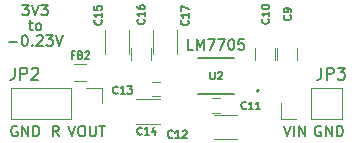
<source format=gto>
G04 #@! TF.GenerationSoftware,KiCad,Pcbnew,(5.1.6-0-10_14)*
G04 #@! TF.CreationDate,2021-04-27T10:54:01+09:00*
G04 #@! TF.ProjectId,qPCR-negative_voltage,71504352-2d6e-4656-9761-746976655f76,rev?*
G04 #@! TF.SameCoordinates,Original*
G04 #@! TF.FileFunction,Legend,Top*
G04 #@! TF.FilePolarity,Positive*
%FSLAX46Y46*%
G04 Gerber Fmt 4.6, Leading zero omitted, Abs format (unit mm)*
G04 Created by KiCad (PCBNEW (5.1.6-0-10_14)) date 2021-04-27 10:54:01*
%MOMM*%
%LPD*%
G01*
G04 APERTURE LIST*
%ADD10C,0.158750*%
%ADD11C,0.120000*%
%ADD12C,0.200000*%
%ADD13C,0.127000*%
%ADD14C,0.150000*%
G04 APERTURE END LIST*
D10*
X115288666Y-90513500D02*
X115966000Y-90513500D01*
X116558666Y-89963166D02*
X116643333Y-89963166D01*
X116728000Y-90005500D01*
X116770333Y-90047833D01*
X116812666Y-90132500D01*
X116855000Y-90301833D01*
X116855000Y-90513500D01*
X116812666Y-90682833D01*
X116770333Y-90767500D01*
X116728000Y-90809833D01*
X116643333Y-90852166D01*
X116558666Y-90852166D01*
X116474000Y-90809833D01*
X116431666Y-90767500D01*
X116389333Y-90682833D01*
X116347000Y-90513500D01*
X116347000Y-90301833D01*
X116389333Y-90132500D01*
X116431666Y-90047833D01*
X116474000Y-90005500D01*
X116558666Y-89963166D01*
X117236000Y-90767500D02*
X117278333Y-90809833D01*
X117236000Y-90852166D01*
X117193666Y-90809833D01*
X117236000Y-90767500D01*
X117236000Y-90852166D01*
X117617000Y-90047833D02*
X117659333Y-90005500D01*
X117744000Y-89963166D01*
X117955666Y-89963166D01*
X118040333Y-90005500D01*
X118082666Y-90047833D01*
X118125000Y-90132500D01*
X118125000Y-90217166D01*
X118082666Y-90344166D01*
X117574666Y-90852166D01*
X118125000Y-90852166D01*
X118421333Y-89963166D02*
X118971666Y-89963166D01*
X118675333Y-90301833D01*
X118802333Y-90301833D01*
X118887000Y-90344166D01*
X118929333Y-90386500D01*
X118971666Y-90471166D01*
X118971666Y-90682833D01*
X118929333Y-90767500D01*
X118887000Y-90809833D01*
X118802333Y-90852166D01*
X118548333Y-90852166D01*
X118463666Y-90809833D01*
X118421333Y-90767500D01*
X119225666Y-89963166D02*
X119522000Y-90852166D01*
X119818333Y-89963166D01*
X116918500Y-88909500D02*
X117257166Y-88909500D01*
X117045500Y-88613166D02*
X117045500Y-89375166D01*
X117087833Y-89459833D01*
X117172500Y-89502166D01*
X117257166Y-89502166D01*
X117680500Y-89502166D02*
X117595833Y-89459833D01*
X117553500Y-89417500D01*
X117511166Y-89332833D01*
X117511166Y-89078833D01*
X117553500Y-88994166D01*
X117595833Y-88951833D01*
X117680500Y-88909500D01*
X117807500Y-88909500D01*
X117892166Y-88951833D01*
X117934500Y-88994166D01*
X117976833Y-89078833D01*
X117976833Y-89332833D01*
X117934500Y-89417500D01*
X117892166Y-89459833D01*
X117807500Y-89502166D01*
X117680500Y-89502166D01*
X116389333Y-87373166D02*
X116939666Y-87373166D01*
X116643333Y-87711833D01*
X116770333Y-87711833D01*
X116855000Y-87754166D01*
X116897333Y-87796500D01*
X116939666Y-87881166D01*
X116939666Y-88092833D01*
X116897333Y-88177500D01*
X116855000Y-88219833D01*
X116770333Y-88262166D01*
X116516333Y-88262166D01*
X116431666Y-88219833D01*
X116389333Y-88177500D01*
X117193666Y-87373166D02*
X117490000Y-88262166D01*
X117786333Y-87373166D01*
X117998000Y-87373166D02*
X118548333Y-87373166D01*
X118252000Y-87711833D01*
X118379000Y-87711833D01*
X118463666Y-87754166D01*
X118506000Y-87796500D01*
X118548333Y-87881166D01*
X118548333Y-88092833D01*
X118506000Y-88177500D01*
X118463666Y-88219833D01*
X118379000Y-88262166D01*
X118125000Y-88262166D01*
X118040333Y-88219833D01*
X117998000Y-88177500D01*
X130853833Y-91192166D02*
X130430500Y-91192166D01*
X130430500Y-90303166D01*
X131150166Y-91192166D02*
X131150166Y-90303166D01*
X131446500Y-90938166D01*
X131742833Y-90303166D01*
X131742833Y-91192166D01*
X132081500Y-90303166D02*
X132674166Y-90303166D01*
X132293166Y-91192166D01*
X132928166Y-90303166D02*
X133520833Y-90303166D01*
X133139833Y-91192166D01*
X134028833Y-90303166D02*
X134113500Y-90303166D01*
X134198166Y-90345500D01*
X134240500Y-90387833D01*
X134282833Y-90472500D01*
X134325166Y-90641833D01*
X134325166Y-90853500D01*
X134282833Y-91022833D01*
X134240500Y-91107500D01*
X134198166Y-91149833D01*
X134113500Y-91192166D01*
X134028833Y-91192166D01*
X133944166Y-91149833D01*
X133901833Y-91107500D01*
X133859500Y-91022833D01*
X133817166Y-90853500D01*
X133817166Y-90641833D01*
X133859500Y-90472500D01*
X133901833Y-90387833D01*
X133944166Y-90345500D01*
X134028833Y-90303166D01*
X135129500Y-90303166D02*
X134706166Y-90303166D01*
X134663833Y-90726500D01*
X134706166Y-90684166D01*
X134790833Y-90641833D01*
X135002500Y-90641833D01*
X135087166Y-90684166D01*
X135129500Y-90726500D01*
X135171833Y-90811166D01*
X135171833Y-91022833D01*
X135129500Y-91107500D01*
X135087166Y-91149833D01*
X135002500Y-91192166D01*
X134790833Y-91192166D01*
X134706166Y-91149833D01*
X134663833Y-91107500D01*
X120293666Y-97613166D02*
X120590000Y-98502166D01*
X120886333Y-97613166D01*
X121352000Y-97613166D02*
X121521333Y-97613166D01*
X121606000Y-97655500D01*
X121690666Y-97740166D01*
X121733000Y-97909500D01*
X121733000Y-98205833D01*
X121690666Y-98375166D01*
X121606000Y-98459833D01*
X121521333Y-98502166D01*
X121352000Y-98502166D01*
X121267333Y-98459833D01*
X121182666Y-98375166D01*
X121140333Y-98205833D01*
X121140333Y-97909500D01*
X121182666Y-97740166D01*
X121267333Y-97655500D01*
X121352000Y-97613166D01*
X122114000Y-97613166D02*
X122114000Y-98332833D01*
X122156333Y-98417500D01*
X122198666Y-98459833D01*
X122283333Y-98502166D01*
X122452666Y-98502166D01*
X122537333Y-98459833D01*
X122579666Y-98417500D01*
X122622000Y-98332833D01*
X122622000Y-97613166D01*
X122918333Y-97613166D02*
X123426333Y-97613166D01*
X123172333Y-98502166D02*
X123172333Y-97613166D01*
X119475166Y-98502166D02*
X119178833Y-98078833D01*
X118967166Y-98502166D02*
X118967166Y-97613166D01*
X119305833Y-97613166D01*
X119390500Y-97655500D01*
X119432833Y-97697833D01*
X119475166Y-97782500D01*
X119475166Y-97909500D01*
X119432833Y-97994166D01*
X119390500Y-98036500D01*
X119305833Y-98078833D01*
X118967166Y-98078833D01*
X115962666Y-97655500D02*
X115878000Y-97613166D01*
X115751000Y-97613166D01*
X115624000Y-97655500D01*
X115539333Y-97740166D01*
X115497000Y-97824833D01*
X115454666Y-97994166D01*
X115454666Y-98121166D01*
X115497000Y-98290500D01*
X115539333Y-98375166D01*
X115624000Y-98459833D01*
X115751000Y-98502166D01*
X115835666Y-98502166D01*
X115962666Y-98459833D01*
X116005000Y-98417500D01*
X116005000Y-98121166D01*
X115835666Y-98121166D01*
X116386000Y-98502166D02*
X116386000Y-97613166D01*
X116894000Y-98502166D01*
X116894000Y-97613166D01*
X117317333Y-98502166D02*
X117317333Y-97613166D01*
X117529000Y-97613166D01*
X117656000Y-97655500D01*
X117740666Y-97740166D01*
X117783000Y-97824833D01*
X117825333Y-97994166D01*
X117825333Y-98121166D01*
X117783000Y-98290500D01*
X117740666Y-98375166D01*
X117656000Y-98459833D01*
X117529000Y-98502166D01*
X117317333Y-98502166D01*
X138506333Y-97613166D02*
X138802666Y-98502166D01*
X139099000Y-97613166D01*
X139395333Y-98502166D02*
X139395333Y-97613166D01*
X139818666Y-98502166D02*
X139818666Y-97613166D01*
X140326666Y-98502166D01*
X140326666Y-97613166D01*
X141662666Y-97655500D02*
X141578000Y-97613166D01*
X141451000Y-97613166D01*
X141324000Y-97655500D01*
X141239333Y-97740166D01*
X141197000Y-97824833D01*
X141154666Y-97994166D01*
X141154666Y-98121166D01*
X141197000Y-98290500D01*
X141239333Y-98375166D01*
X141324000Y-98459833D01*
X141451000Y-98502166D01*
X141535666Y-98502166D01*
X141662666Y-98459833D01*
X141705000Y-98417500D01*
X141705000Y-98121166D01*
X141535666Y-98121166D01*
X142086000Y-98502166D02*
X142086000Y-97613166D01*
X142594000Y-98502166D01*
X142594000Y-97613166D01*
X143017333Y-98502166D02*
X143017333Y-97613166D01*
X143229000Y-97613166D01*
X143356000Y-97655500D01*
X143440666Y-97740166D01*
X143483000Y-97824833D01*
X143525333Y-97994166D01*
X143525333Y-98121166D01*
X143483000Y-98290500D01*
X143440666Y-98375166D01*
X143356000Y-98459833D01*
X143229000Y-98502166D01*
X143017333Y-98502166D01*
D11*
X139650000Y-92000000D02*
X139650000Y-91000000D01*
X137950000Y-91000000D02*
X137950000Y-92000000D01*
X136050000Y-91000000D02*
X136050000Y-92000000D01*
X137750000Y-92000000D02*
X137750000Y-91000000D01*
X132450000Y-95300000D02*
X133150000Y-95300000D01*
X133150000Y-96500000D02*
X132450000Y-96500000D01*
X134600000Y-96680000D02*
X132600000Y-96680000D01*
X132600000Y-98720000D02*
X134600000Y-98720000D01*
X128050000Y-95100000D02*
X127350000Y-95100000D01*
X127350000Y-93900000D02*
X128050000Y-93900000D01*
X126000000Y-97420000D02*
X128000000Y-97420000D01*
X128000000Y-95380000D02*
X126000000Y-95380000D01*
X125420000Y-91500000D02*
X125420000Y-89500000D01*
X123380000Y-89500000D02*
X123380000Y-91500000D01*
X127250000Y-92000000D02*
X127250000Y-91000000D01*
X125550000Y-91000000D02*
X125550000Y-92000000D01*
X127480000Y-89500000D02*
X127480000Y-91500000D01*
X129520000Y-91500000D02*
X129520000Y-89500000D01*
X121800000Y-93780000D02*
X120800000Y-93780000D01*
X120800000Y-92420000D02*
X121800000Y-92420000D01*
X123130000Y-94370000D02*
X123130000Y-95700000D01*
X121800000Y-94370000D02*
X123130000Y-94370000D01*
X120530000Y-94370000D02*
X120530000Y-97030000D01*
X120530000Y-97030000D02*
X115390000Y-97030000D01*
X120530000Y-94370000D02*
X115390000Y-94370000D01*
X115390000Y-94370000D02*
X115390000Y-97030000D01*
D12*
X136420000Y-94655000D02*
G75*
G03*
X136420000Y-94655000I-100000J0D01*
G01*
D13*
X134300000Y-94935000D02*
X131300000Y-94935000D01*
X134300000Y-91865000D02*
X131300000Y-91865000D01*
D11*
X143450000Y-97030000D02*
X143450000Y-94370000D01*
X140850000Y-97030000D02*
X143450000Y-97030000D01*
X140850000Y-94370000D02*
X143450000Y-94370000D01*
X140850000Y-97030000D02*
X140850000Y-94370000D01*
X139580000Y-97030000D02*
X138250000Y-97030000D01*
X138250000Y-97030000D02*
X138250000Y-95700000D01*
D14*
X139076785Y-88255833D02*
X139107023Y-88286071D01*
X139137261Y-88376785D01*
X139137261Y-88437261D01*
X139107023Y-88527976D01*
X139046547Y-88588452D01*
X138986071Y-88618690D01*
X138865119Y-88648928D01*
X138774404Y-88648928D01*
X138653452Y-88618690D01*
X138592976Y-88588452D01*
X138532500Y-88527976D01*
X138502261Y-88437261D01*
X138502261Y-88376785D01*
X138532500Y-88286071D01*
X138562738Y-88255833D01*
X139137261Y-87953452D02*
X139137261Y-87832500D01*
X139107023Y-87772023D01*
X139076785Y-87741785D01*
X138986071Y-87681309D01*
X138865119Y-87651071D01*
X138623214Y-87651071D01*
X138562738Y-87681309D01*
X138532500Y-87711547D01*
X138502261Y-87772023D01*
X138502261Y-87892976D01*
X138532500Y-87953452D01*
X138562738Y-87983690D01*
X138623214Y-88013928D01*
X138774404Y-88013928D01*
X138834880Y-87983690D01*
X138865119Y-87953452D01*
X138895357Y-87892976D01*
X138895357Y-87772023D01*
X138865119Y-87711547D01*
X138834880Y-87681309D01*
X138774404Y-87651071D01*
X137226785Y-88558214D02*
X137257023Y-88588452D01*
X137287261Y-88679166D01*
X137287261Y-88739642D01*
X137257023Y-88830357D01*
X137196547Y-88890833D01*
X137136071Y-88921071D01*
X137015119Y-88951309D01*
X136924404Y-88951309D01*
X136803452Y-88921071D01*
X136742976Y-88890833D01*
X136682500Y-88830357D01*
X136652261Y-88739642D01*
X136652261Y-88679166D01*
X136682500Y-88588452D01*
X136712738Y-88558214D01*
X137287261Y-87953452D02*
X137287261Y-88316309D01*
X137287261Y-88134880D02*
X136652261Y-88134880D01*
X136742976Y-88195357D01*
X136803452Y-88255833D01*
X136833690Y-88316309D01*
X136652261Y-87560357D02*
X136652261Y-87499880D01*
X136682500Y-87439404D01*
X136712738Y-87409166D01*
X136773214Y-87378928D01*
X136894166Y-87348690D01*
X137045357Y-87348690D01*
X137166309Y-87378928D01*
X137226785Y-87409166D01*
X137257023Y-87439404D01*
X137287261Y-87499880D01*
X137287261Y-87560357D01*
X137257023Y-87620833D01*
X137226785Y-87651071D01*
X137166309Y-87681309D01*
X137045357Y-87711547D01*
X136894166Y-87711547D01*
X136773214Y-87681309D01*
X136712738Y-87651071D01*
X136682500Y-87620833D01*
X136652261Y-87560357D01*
X135321785Y-96146785D02*
X135291547Y-96177023D01*
X135200833Y-96207261D01*
X135140357Y-96207261D01*
X135049642Y-96177023D01*
X134989166Y-96116547D01*
X134958928Y-96056071D01*
X134928690Y-95935119D01*
X134928690Y-95844404D01*
X134958928Y-95723452D01*
X134989166Y-95662976D01*
X135049642Y-95602500D01*
X135140357Y-95572261D01*
X135200833Y-95572261D01*
X135291547Y-95602500D01*
X135321785Y-95632738D01*
X135926547Y-96207261D02*
X135563690Y-96207261D01*
X135745119Y-96207261D02*
X135745119Y-95572261D01*
X135684642Y-95662976D01*
X135624166Y-95723452D01*
X135563690Y-95753690D01*
X136531309Y-96207261D02*
X136168452Y-96207261D01*
X136349880Y-96207261D02*
X136349880Y-95572261D01*
X136289404Y-95662976D01*
X136228928Y-95723452D01*
X136168452Y-95753690D01*
X129101785Y-98576785D02*
X129071547Y-98607023D01*
X128980833Y-98637261D01*
X128920357Y-98637261D01*
X128829642Y-98607023D01*
X128769166Y-98546547D01*
X128738928Y-98486071D01*
X128708690Y-98365119D01*
X128708690Y-98274404D01*
X128738928Y-98153452D01*
X128769166Y-98092976D01*
X128829642Y-98032500D01*
X128920357Y-98002261D01*
X128980833Y-98002261D01*
X129071547Y-98032500D01*
X129101785Y-98062738D01*
X129706547Y-98637261D02*
X129343690Y-98637261D01*
X129525119Y-98637261D02*
X129525119Y-98002261D01*
X129464642Y-98092976D01*
X129404166Y-98153452D01*
X129343690Y-98183690D01*
X129948452Y-98062738D02*
X129978690Y-98032500D01*
X130039166Y-98002261D01*
X130190357Y-98002261D01*
X130250833Y-98032500D01*
X130281071Y-98062738D01*
X130311309Y-98123214D01*
X130311309Y-98183690D01*
X130281071Y-98274404D01*
X129918214Y-98637261D01*
X130311309Y-98637261D01*
X124461785Y-94836785D02*
X124431547Y-94867023D01*
X124340833Y-94897261D01*
X124280357Y-94897261D01*
X124189642Y-94867023D01*
X124129166Y-94806547D01*
X124098928Y-94746071D01*
X124068690Y-94625119D01*
X124068690Y-94534404D01*
X124098928Y-94413452D01*
X124129166Y-94352976D01*
X124189642Y-94292500D01*
X124280357Y-94262261D01*
X124340833Y-94262261D01*
X124431547Y-94292500D01*
X124461785Y-94322738D01*
X125066547Y-94897261D02*
X124703690Y-94897261D01*
X124885119Y-94897261D02*
X124885119Y-94262261D01*
X124824642Y-94352976D01*
X124764166Y-94413452D01*
X124703690Y-94443690D01*
X125278214Y-94262261D02*
X125671309Y-94262261D01*
X125459642Y-94504166D01*
X125550357Y-94504166D01*
X125610833Y-94534404D01*
X125641071Y-94564642D01*
X125671309Y-94625119D01*
X125671309Y-94776309D01*
X125641071Y-94836785D01*
X125610833Y-94867023D01*
X125550357Y-94897261D01*
X125368928Y-94897261D01*
X125308452Y-94867023D01*
X125278214Y-94836785D01*
X126501785Y-98306785D02*
X126471547Y-98337023D01*
X126380833Y-98367261D01*
X126320357Y-98367261D01*
X126229642Y-98337023D01*
X126169166Y-98276547D01*
X126138928Y-98216071D01*
X126108690Y-98095119D01*
X126108690Y-98004404D01*
X126138928Y-97883452D01*
X126169166Y-97822976D01*
X126229642Y-97762500D01*
X126320357Y-97732261D01*
X126380833Y-97732261D01*
X126471547Y-97762500D01*
X126501785Y-97792738D01*
X127106547Y-98367261D02*
X126743690Y-98367261D01*
X126925119Y-98367261D02*
X126925119Y-97732261D01*
X126864642Y-97822976D01*
X126804166Y-97883452D01*
X126743690Y-97913690D01*
X127650833Y-97943928D02*
X127650833Y-98367261D01*
X127499642Y-97702023D02*
X127348452Y-98155595D01*
X127741547Y-98155595D01*
X123046785Y-88658214D02*
X123077023Y-88688452D01*
X123107261Y-88779166D01*
X123107261Y-88839642D01*
X123077023Y-88930357D01*
X123016547Y-88990833D01*
X122956071Y-89021071D01*
X122835119Y-89051309D01*
X122744404Y-89051309D01*
X122623452Y-89021071D01*
X122562976Y-88990833D01*
X122502500Y-88930357D01*
X122472261Y-88839642D01*
X122472261Y-88779166D01*
X122502500Y-88688452D01*
X122532738Y-88658214D01*
X123107261Y-88053452D02*
X123107261Y-88416309D01*
X123107261Y-88234880D02*
X122472261Y-88234880D01*
X122562976Y-88295357D01*
X122623452Y-88355833D01*
X122653690Y-88416309D01*
X122472261Y-87478928D02*
X122472261Y-87781309D01*
X122774642Y-87811547D01*
X122744404Y-87781309D01*
X122714166Y-87720833D01*
X122714166Y-87569642D01*
X122744404Y-87509166D01*
X122774642Y-87478928D01*
X122835119Y-87448690D01*
X122986309Y-87448690D01*
X123046785Y-87478928D01*
X123077023Y-87509166D01*
X123107261Y-87569642D01*
X123107261Y-87720833D01*
X123077023Y-87781309D01*
X123046785Y-87811547D01*
X126686785Y-88598214D02*
X126717023Y-88628452D01*
X126747261Y-88719166D01*
X126747261Y-88779642D01*
X126717023Y-88870357D01*
X126656547Y-88930833D01*
X126596071Y-88961071D01*
X126475119Y-88991309D01*
X126384404Y-88991309D01*
X126263452Y-88961071D01*
X126202976Y-88930833D01*
X126142500Y-88870357D01*
X126112261Y-88779642D01*
X126112261Y-88719166D01*
X126142500Y-88628452D01*
X126172738Y-88598214D01*
X126747261Y-87993452D02*
X126747261Y-88356309D01*
X126747261Y-88174880D02*
X126112261Y-88174880D01*
X126202976Y-88235357D01*
X126263452Y-88295833D01*
X126293690Y-88356309D01*
X126112261Y-87449166D02*
X126112261Y-87570119D01*
X126142500Y-87630595D01*
X126172738Y-87660833D01*
X126263452Y-87721309D01*
X126384404Y-87751547D01*
X126626309Y-87751547D01*
X126686785Y-87721309D01*
X126717023Y-87691071D01*
X126747261Y-87630595D01*
X126747261Y-87509642D01*
X126717023Y-87449166D01*
X126686785Y-87418928D01*
X126626309Y-87388690D01*
X126475119Y-87388690D01*
X126414642Y-87418928D01*
X126384404Y-87449166D01*
X126354166Y-87509642D01*
X126354166Y-87630595D01*
X126384404Y-87691071D01*
X126414642Y-87721309D01*
X126475119Y-87751547D01*
X130396785Y-88688214D02*
X130427023Y-88718452D01*
X130457261Y-88809166D01*
X130457261Y-88869642D01*
X130427023Y-88960357D01*
X130366547Y-89020833D01*
X130306071Y-89051071D01*
X130185119Y-89081309D01*
X130094404Y-89081309D01*
X129973452Y-89051071D01*
X129912976Y-89020833D01*
X129852500Y-88960357D01*
X129822261Y-88869642D01*
X129822261Y-88809166D01*
X129852500Y-88718452D01*
X129882738Y-88688214D01*
X130457261Y-88083452D02*
X130457261Y-88446309D01*
X130457261Y-88264880D02*
X129822261Y-88264880D01*
X129912976Y-88325357D01*
X129973452Y-88385833D01*
X130003690Y-88446309D01*
X129822261Y-87871785D02*
X129822261Y-87448452D01*
X130457261Y-87720595D01*
X120770833Y-91604642D02*
X120559166Y-91604642D01*
X120559166Y-91937261D02*
X120559166Y-91302261D01*
X120861547Y-91302261D01*
X121315119Y-91604642D02*
X121405833Y-91634880D01*
X121436071Y-91665119D01*
X121466309Y-91725595D01*
X121466309Y-91816309D01*
X121436071Y-91876785D01*
X121405833Y-91907023D01*
X121345357Y-91937261D01*
X121103452Y-91937261D01*
X121103452Y-91302261D01*
X121315119Y-91302261D01*
X121375595Y-91332500D01*
X121405833Y-91362738D01*
X121436071Y-91423214D01*
X121436071Y-91483690D01*
X121405833Y-91544166D01*
X121375595Y-91574404D01*
X121315119Y-91604642D01*
X121103452Y-91604642D01*
X121708214Y-91362738D02*
X121738452Y-91332500D01*
X121798928Y-91302261D01*
X121950119Y-91302261D01*
X122010595Y-91332500D01*
X122040833Y-91362738D01*
X122071071Y-91423214D01*
X122071071Y-91483690D01*
X122040833Y-91574404D01*
X121677976Y-91937261D01*
X122071071Y-91937261D01*
X115746666Y-92702380D02*
X115746666Y-93416666D01*
X115699047Y-93559523D01*
X115603809Y-93654761D01*
X115460952Y-93702380D01*
X115365714Y-93702380D01*
X116222857Y-93702380D02*
X116222857Y-92702380D01*
X116603809Y-92702380D01*
X116699047Y-92750000D01*
X116746666Y-92797619D01*
X116794285Y-92892857D01*
X116794285Y-93035714D01*
X116746666Y-93130952D01*
X116699047Y-93178571D01*
X116603809Y-93226190D01*
X116222857Y-93226190D01*
X117175238Y-92797619D02*
X117222857Y-92750000D01*
X117318095Y-92702380D01*
X117556190Y-92702380D01*
X117651428Y-92750000D01*
X117699047Y-92797619D01*
X117746666Y-92892857D01*
X117746666Y-92988095D01*
X117699047Y-93130952D01*
X117127619Y-93702380D01*
X117746666Y-93702380D01*
X132312380Y-93049523D02*
X132312380Y-93567619D01*
X132342857Y-93628571D01*
X132373333Y-93659047D01*
X132434285Y-93689523D01*
X132556190Y-93689523D01*
X132617142Y-93659047D01*
X132647619Y-93628571D01*
X132678095Y-93567619D01*
X132678095Y-93049523D01*
X132952380Y-93110476D02*
X132982857Y-93080000D01*
X133043809Y-93049523D01*
X133196190Y-93049523D01*
X133257142Y-93080000D01*
X133287619Y-93110476D01*
X133318095Y-93171428D01*
X133318095Y-93232380D01*
X133287619Y-93323809D01*
X132921904Y-93689523D01*
X133318095Y-93689523D01*
X141696666Y-92702380D02*
X141696666Y-93416666D01*
X141649047Y-93559523D01*
X141553809Y-93654761D01*
X141410952Y-93702380D01*
X141315714Y-93702380D01*
X142172857Y-93702380D02*
X142172857Y-92702380D01*
X142553809Y-92702380D01*
X142649047Y-92750000D01*
X142696666Y-92797619D01*
X142744285Y-92892857D01*
X142744285Y-93035714D01*
X142696666Y-93130952D01*
X142649047Y-93178571D01*
X142553809Y-93226190D01*
X142172857Y-93226190D01*
X143077619Y-92702380D02*
X143696666Y-92702380D01*
X143363333Y-93083333D01*
X143506190Y-93083333D01*
X143601428Y-93130952D01*
X143649047Y-93178571D01*
X143696666Y-93273809D01*
X143696666Y-93511904D01*
X143649047Y-93607142D01*
X143601428Y-93654761D01*
X143506190Y-93702380D01*
X143220476Y-93702380D01*
X143125238Y-93654761D01*
X143077619Y-93607142D01*
M02*

</source>
